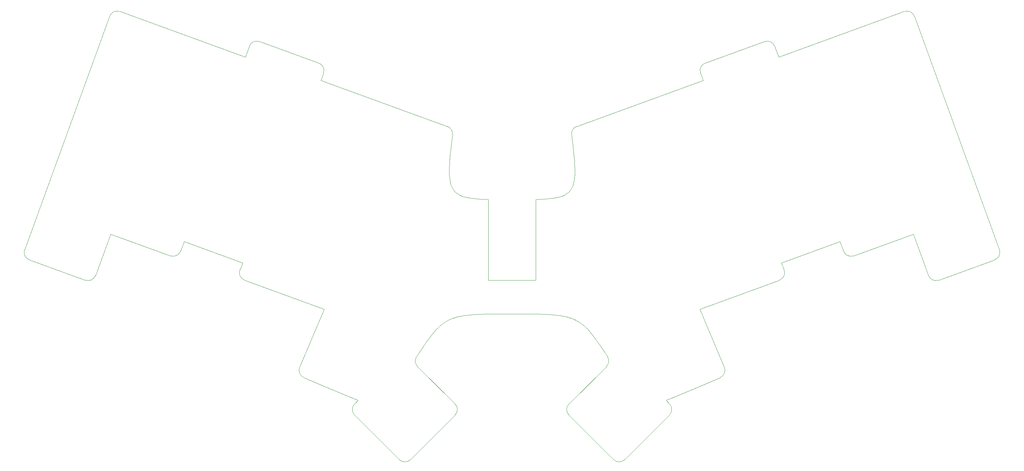
<source format=gko>
%TF.GenerationSoftware,KiCad,Pcbnew,(6.0.11)*%
%TF.CreationDate,2023-05-11T00:11:39+09:00*%
%TF.ProjectId,gu34,67753334-2e6b-4696-9361-645f70636258,rev?*%
%TF.SameCoordinates,Original*%
%TF.FileFunction,Profile,NP*%
%FSLAX46Y46*%
G04 Gerber Fmt 4.6, Leading zero omitted, Abs format (unit mm)*
G04 Created by KiCad (PCBNEW (6.0.11)) date 2023-05-11 00:11:39*
%MOMM*%
%LPD*%
G01*
G04 APERTURE LIST*
%TA.AperFunction,Profile*%
%ADD10C,0.100000*%
%TD*%
%ADD11C,0.100000*%
G04 APERTURE END LIST*
D10*
X210582773Y-81577077D02*
X211252397Y-83416855D01*
X88494956Y-108075051D02*
G75*
G03*
X89554561Y-110697548I1841044J-781449D01*
G01*
X95346573Y-113156111D02*
X103289125Y-116527525D01*
X78322834Y-25428801D02*
G75*
G03*
X75759393Y-26624187I-684034J-1879399D01*
G01*
X42954792Y-17793857D02*
G75*
G03*
X40391368Y-18989196I-684042J-1879383D01*
G01*
D11*
X166485012Y-105404977D02*
X165843422Y-104418288D01*
X165235255Y-103493247D01*
X164656430Y-102627865D01*
X164102870Y-101820152D01*
X163570495Y-101068122D01*
X163055227Y-100369784D01*
X162552988Y-99723150D01*
X162059698Y-99126231D01*
X161571279Y-98577040D01*
X161083652Y-98073587D01*
X160592739Y-97613884D01*
X160094461Y-97195942D01*
X159584739Y-96817772D01*
X159059494Y-96477386D01*
X158514648Y-96172795D01*
X157946123Y-95902011D01*
X157349839Y-95663045D01*
X156721718Y-95453908D01*
X156057681Y-95272612D01*
X155353649Y-95117168D01*
X154605545Y-94985587D01*
X153809288Y-94875882D01*
X152960801Y-94786062D01*
X152056005Y-94714140D01*
X151090820Y-94658127D01*
X150061169Y-94616035D01*
X148962973Y-94585874D01*
X147792153Y-94565656D01*
X146544630Y-94553393D01*
X145216326Y-94547096D01*
X143803162Y-94544776D01*
X142301060Y-94544445D01*
D10*
X241647326Y-17793851D02*
X209842120Y-29370000D01*
X148301060Y-86044445D02*
X142301060Y-86044445D01*
X36782901Y-84795311D02*
X40599548Y-74309162D01*
X78322819Y-25428843D02*
X93357901Y-30901165D01*
X244002572Y-74309162D02*
X228850905Y-79823917D01*
D11*
X127212923Y-49078253D02*
X127059566Y-50372382D01*
X126918517Y-51596863D01*
X126791366Y-52753624D01*
X126679703Y-53844590D01*
X126585120Y-54871688D01*
X126509208Y-55836845D01*
X126453558Y-56741987D01*
X126419761Y-57589040D01*
X126409407Y-58379931D01*
X126424088Y-59116586D01*
X126465395Y-59800932D01*
X126534919Y-60434895D01*
X126634251Y-61020401D01*
X126764981Y-61559378D01*
X126928701Y-62053752D01*
X127127002Y-62505448D01*
X127361475Y-62916394D01*
X127633710Y-63288516D01*
X127945300Y-63623740D01*
X128297834Y-63923993D01*
X128692904Y-64191201D01*
X129132100Y-64427291D01*
X129617015Y-64634190D01*
X130149238Y-64813823D01*
X130730361Y-64968117D01*
X131361975Y-65098999D01*
X132045670Y-65208394D01*
X132783039Y-65298230D01*
X133575671Y-65370434D01*
X134425157Y-65426930D01*
X135333090Y-65469647D01*
X136301060Y-65500510D01*
D10*
X210057037Y-85980237D02*
G75*
G03*
X211252397Y-83416855I-683937J1879337D01*
G01*
X136301060Y-65544445D02*
X136301060Y-65500510D01*
X168042215Y-131541016D02*
G75*
G03*
X170870642Y-131541016I1414214J1414215D01*
G01*
X113731478Y-131541016D02*
G75*
G03*
X116559905Y-131541016I1414214J1414215D01*
G01*
X195047559Y-110697548D02*
X189255547Y-113156111D01*
X74019347Y-81577077D02*
X73349723Y-83416855D01*
X148301060Y-65544445D02*
X148301060Y-86044445D01*
X89554561Y-110697548D02*
X95346573Y-113156111D01*
X40391368Y-18989196D02*
X18819580Y-78257197D01*
X94553246Y-33464590D02*
X93883621Y-35304368D01*
X189850290Y-93334940D02*
X196107106Y-108075076D01*
X118117153Y-105405006D02*
G75*
G03*
X118381403Y-107906670I1678447J-1087494D01*
G01*
X247819286Y-84795286D02*
G75*
G03*
X250382644Y-85990656I1879314J683886D01*
G01*
X264587195Y-80820622D02*
X250382644Y-85990656D01*
X93883621Y-35304368D02*
X125911108Y-46961420D01*
X206279301Y-25428843D02*
X191244219Y-30901165D01*
X136301060Y-86044445D02*
X142301060Y-86044445D01*
X103289125Y-116527525D02*
X102417769Y-117398880D01*
X20014925Y-80820622D02*
X34219476Y-85990656D01*
X191244209Y-30901138D02*
G75*
G03*
X190048874Y-33464590I683991J-1879362D01*
G01*
X182184351Y-120227307D02*
X170870642Y-131541016D01*
X156728507Y-117398880D02*
X166220717Y-107906670D01*
X94751830Y-93334940D02*
X88495014Y-108075076D01*
X168042215Y-131541016D02*
X156728507Y-120227307D01*
X210057053Y-85980280D02*
X189850290Y-93334940D01*
X148301060Y-65544445D02*
X148301060Y-65500510D01*
X189255547Y-113156111D02*
X181312995Y-116527525D01*
X94553328Y-33464620D02*
G75*
G03*
X93357901Y-30901165I-1879428J684020D01*
G01*
X182184357Y-120227313D02*
G75*
G03*
X182184351Y-117398880I-1414257J1414213D01*
G01*
X181312995Y-116527525D02*
X182184351Y-117398880D01*
X190048874Y-33464590D02*
X190718499Y-35304368D01*
X18819555Y-78257188D02*
G75*
G03*
X20014925Y-80820622I1879445J-684012D01*
G01*
X42954794Y-17793851D02*
X74760000Y-29370000D01*
X247819219Y-84795311D02*
X244002572Y-74309162D01*
X209842120Y-29370000D02*
X208842727Y-26624187D01*
X226287480Y-78628572D02*
X225398009Y-76184772D01*
X116559905Y-131541016D02*
X127873613Y-120227307D01*
X59204111Y-76184772D02*
X74019347Y-81577077D01*
X208842782Y-26624167D02*
G75*
G03*
X206279301Y-25428843I-1879382J-684033D01*
G01*
X244210828Y-18989168D02*
G75*
G03*
X241647326Y-17793851I-1879428J-684132D01*
G01*
X40599548Y-74309162D02*
X55751215Y-79823917D01*
X225398009Y-76184772D02*
X210582773Y-81577077D01*
X34219463Y-85990692D02*
G75*
G03*
X36782901Y-84795311I684037J1879392D01*
G01*
X136301060Y-65544445D02*
X136301060Y-86044445D01*
D11*
X157389197Y-49078253D02*
X157542553Y-50372382D01*
X157683602Y-51596863D01*
X157810753Y-52753624D01*
X157922416Y-53844590D01*
X158016999Y-54871688D01*
X158092911Y-55836845D01*
X158148561Y-56741987D01*
X158182358Y-57589040D01*
X158192712Y-58379931D01*
X158178031Y-59116586D01*
X158136724Y-59800932D01*
X158067200Y-60434895D01*
X157967868Y-61020401D01*
X157837138Y-61559378D01*
X157673418Y-62053752D01*
X157475117Y-62505448D01*
X157240644Y-62916394D01*
X156968409Y-63288516D01*
X156656819Y-63623740D01*
X156304285Y-63923993D01*
X155909215Y-64191201D01*
X155470019Y-64427291D01*
X154985104Y-64634190D01*
X154452881Y-64813823D01*
X153871758Y-64968117D01*
X153240144Y-65098999D01*
X152556449Y-65208394D01*
X151819080Y-65298230D01*
X151026448Y-65370434D01*
X150176962Y-65426930D01*
X149269029Y-65469647D01*
X148301060Y-65500510D01*
D10*
X244210752Y-18989196D02*
X265782540Y-78257197D01*
X127873613Y-117398880D02*
X118381403Y-107906670D01*
X127873619Y-120227313D02*
G75*
G03*
X127873613Y-117398880I-1414219J1414213D01*
G01*
X264587170Y-80820552D02*
G75*
G03*
X265782540Y-78257197I-683970J1879352D01*
G01*
X158691035Y-46961484D02*
G75*
G03*
X157389197Y-49078253I684065J-1879416D01*
G01*
X74760000Y-29370000D02*
X75759393Y-26624187D01*
X195047539Y-110697500D02*
G75*
G03*
X196107106Y-108075076I-781439J1841000D01*
G01*
X156728513Y-117398886D02*
G75*
G03*
X156728507Y-120227307I1414187J-1414214D01*
G01*
X166220677Y-107906630D02*
G75*
G03*
X166485012Y-105404977I-1414277J1414230D01*
G01*
D11*
X118117108Y-105404977D02*
X118758697Y-104418288D01*
X119366864Y-103493247D01*
X119945689Y-102627865D01*
X120499249Y-101820152D01*
X121031624Y-101068122D01*
X121546892Y-100369784D01*
X122049131Y-99723150D01*
X122542421Y-99126231D01*
X123030840Y-98577040D01*
X123518467Y-98073587D01*
X124009380Y-97613884D01*
X124507658Y-97195942D01*
X125017380Y-96817772D01*
X125542625Y-96477386D01*
X126087471Y-96172795D01*
X126655996Y-95902011D01*
X127252280Y-95663045D01*
X127880401Y-95453908D01*
X128544438Y-95272612D01*
X129248470Y-95117168D01*
X129996574Y-94985587D01*
X130792831Y-94875882D01*
X131641318Y-94786062D01*
X132546115Y-94714140D01*
X133511299Y-94658127D01*
X134540950Y-94616035D01*
X135639146Y-94585874D01*
X136809966Y-94565656D01*
X138057489Y-94553393D01*
X139385793Y-94547096D01*
X140798957Y-94544776D01*
X142301060Y-94544445D01*
D10*
X102417775Y-117398886D02*
G75*
G03*
X102417769Y-120227307I1414225J-1414214D01*
G01*
X55751241Y-79823845D02*
G75*
G03*
X58314640Y-78628572I684059J1879345D01*
G01*
X58314640Y-78628572D02*
X59204111Y-76184772D01*
X127212938Y-49078255D02*
G75*
G03*
X125911108Y-46961420I-1985838J237455D01*
G01*
X190718499Y-35304368D02*
X158691012Y-46961420D01*
X102417769Y-120227307D02*
X113731478Y-131541016D01*
X226287504Y-78628563D02*
G75*
G03*
X228850905Y-79823917I1879396J684063D01*
G01*
X74545067Y-85980280D02*
X94751830Y-93334940D01*
X73349724Y-83416855D02*
G75*
G03*
X74545067Y-85980280I1879376J-684045D01*
G01*
M02*

</source>
